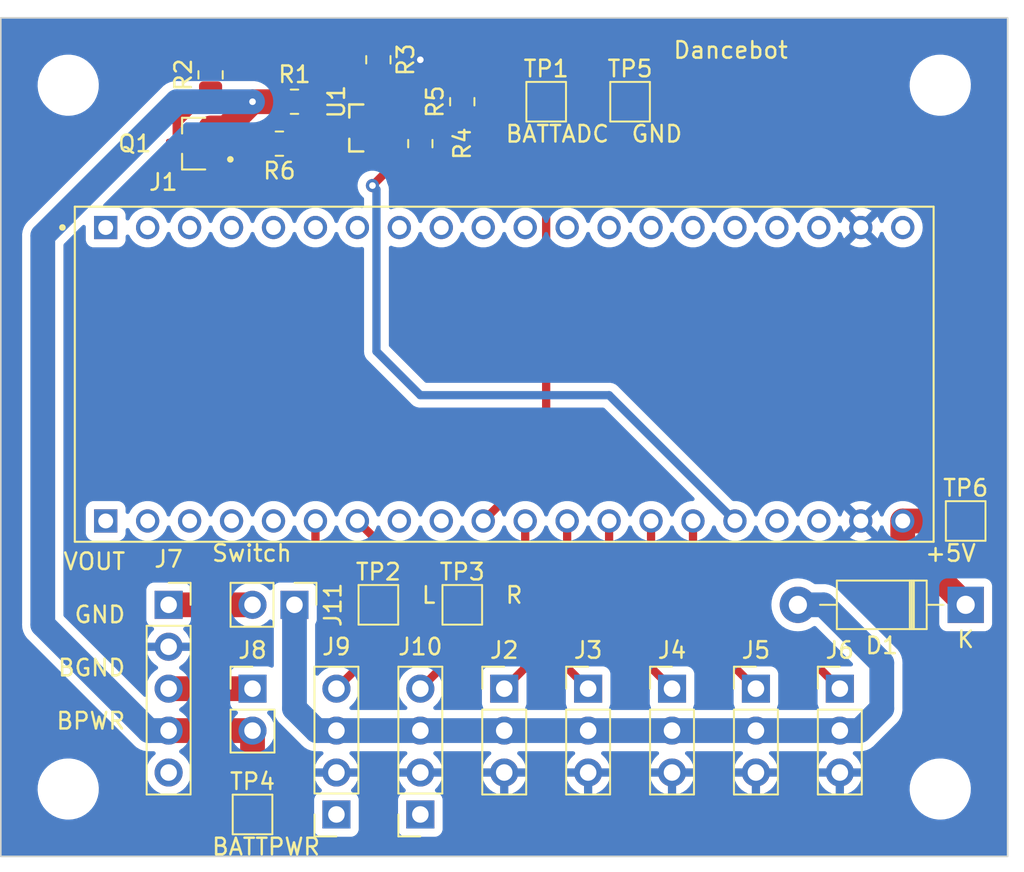
<source format=kicad_pcb>
(kicad_pcb (version 20221018) (generator pcbnew)
  (layers (0 "F.Cu" signal) (31 "B.Cu" signal) (34 "B.Paste" user) (35 "F.Paste" user) (36 "B.SilkS" user "B.Silkscreen") (37 "F.SilkS" user "F.Silkscreen") (38 "B.Mask" user) (39 "F.Mask" user) (44 "Edge.Cuts" user))
  (net 0 "")
  (net 19 "GND")
  (net 21 "BATT ADC")
  (net 22 "SM1")
  (net 25 "NPRightEye")
  (net 26 "NPLeftEye")
  (net 32 "SM2")
  (net 33 "SM3")
  (net 34 "SM4")
  (net 35 "SM5")
  (net 36 "BATT EN")
  (net 39 "Net-(D1-K)")
  (net 40 "Net-(R1-Pad2)")
  (net 41 "VOUT")
  (net 42 "BATT GND")
  (net 43 "BATT PWR")
  (net 47 "Net-(Q1-Pad3)")
  (net 48 "Net-(Q1-Pad1)")
  (net 49 "Net-(R4-Pad2)")
  (net 50 "Net-(J11-Pin_2)")
  (footprint "Connector_PinSocket_2.54mm:PinSocket_1x05_P2.54mm_Vertical" (layer "F.Cu") (at 208.28 111.76)
    (fp_text reference "J7" (at 0 -2.77) (layer "F.SilkS"))
    (fp_text value "Voltage Regulator")
    (fp_line (start -1.33 1.27) (end -1.33 11.49) (stroke (width 0.12)) (layer "F.SilkS"))
    (fp_line (start -1.33 1.27) (end 1.33 1.27) (stroke (width 0.12)) (layer "F.SilkS"))
    (fp_line (start -1.33 11.49) (end 1.33 11.49) (stroke (width 0.12)) (layer "F.SilkS"))
    (fp_line (start 0 -1.33) (end 1.33 -1.33) (stroke (width 0.12)) (layer "F.SilkS"))
    (fp_line (start 1.33 -1.33) (end 1.33 0) (stroke (width 0.12)) (layer "F.SilkS"))
    (fp_line (start 1.33 1.27) (end 1.33 11.49) (stroke (width 0.12)) (layer "F.SilkS"))
    (pad "1" thru_hole rect (at 0 0) (size 1.7 1.7) (drill 1) (layers "*.Cu" "*.Mask") (net 50 "Net-(J11-Pin_2)"))
    (pad "2" thru_hole oval (at 0 2.54) (size 1.7 1.7) (drill 1) (layers "*.Cu" "*.Mask") (net 19 "GND"))
    (pad "3" thru_hole oval (at 0 5.08) (size 1.7 1.7) (drill 1) (layers "*.Cu" "*.Mask") (net 42 "BATT GND"))
    (pad "4" thru_hole oval (at 0 7.62) (size 1.7 1.7) (drill 1) (layers "*.Cu" "*.Mask") (net 43 "BATT PWR"))
    (pad "5" thru_hole oval (at 0 10.16) (size 1.7 1.7) (drill 1) (layers "*.Cu" "*.Mask"))
  )
  (footprint "TestPoint:TestPoint_Pad_2.0x2.0mm" (layer "F.Cu") (at 226.06 111.76)
    (fp_text reference "TP3" (at 0 -1.998) (layer "F.SilkS"))
    (fp_text value "TestPoint")
    (fp_line (start -1.2 -1.2) (end 1.2 -1.2) (stroke (width 0.12)) (layer "F.SilkS"))
    (fp_line (start -1.2 1.2) (end -1.2 -1.2) (stroke (width 0.12)) (layer "F.SilkS"))
    (fp_line (start 1.2 -1.2) (end 1.2 1.2) (stroke (width 0.12)) (layer "F.SilkS"))
    (fp_line (start 1.2 1.2) (end -1.2 1.2) (stroke (width 0.12)) (layer "F.SilkS"))
    (pad "1" smd rect (at 0 0) (size 2 2) (layers "F.Cu" "F.Mask") (net 25 "NPRightEye"))
  )
  (footprint "Connector_PinSocket_2.54mm:PinSocket_1x04_P2.54mm_Vertical" (layer "F.Cu") (at 223.52 124.46 180)
    (fp_text reference "J10" (at 0 10.16 180) (layer "F.SilkS"))
    (fp_text value "NeoPixel Right Eye")
    (fp_line (start -1.33 1.27) (end -1.33 8.95) (stroke (width 0.12)) (layer "F.SilkS"))
    (fp_line (start -1.33 1.27) (end 1.33 1.27) (stroke (width 0.12)) (layer "F.SilkS"))
    (fp_line (start -1.33 8.95) (end 1.33 8.95) (stroke (width 0.12)) (layer "F.SilkS"))
    (fp_line (start 0 -1.33) (end 1.33 -1.33) (stroke (width 0.12)) (layer "F.SilkS"))
    (fp_line (start 1.33 -1.33) (end 1.33 0) (stroke (width 0.12)) (layer "F.SilkS"))
    (fp_line (start 1.33 1.27) (end 1.33 8.95) (stroke (width 0.12)) (layer "F.SilkS"))
    (pad "1" thru_hole rect (at 0 0 180) (size 1.7 1.7) (drill 1) (layers "*.Cu" "*.Mask"))
    (pad "2" thru_hole oval (at 0 2.54 180) (size 1.7 1.7) (drill 1) (layers "*.Cu" "*.Mask") (net 19 "GND"))
    (pad "3" thru_hole oval (at 0 5.08 180) (size 1.7 1.7) (drill 1) (layers "*.Cu" "*.Mask") (net 41 "VOUT"))
    (pad "4" thru_hole oval (at 0 7.62 180) (size 1.7 1.7) (drill 1) (layers "*.Cu" "*.Mask") (net 25 "NPRightEye"))
  )
  (footprint "Connector_PinHeader_2.54mm:PinHeader_1x03_P2.54mm_Vertical" (layer "F.Cu") (at 233.68 116.84)
    (fp_text reference "J3" (at 0 -2.33) (layer "F.SilkS"))
    (fp_text value "IO13 servo 2")
    (fp_line (start -1.33 -1.33) (end 0 -1.33) (stroke (width 0.12)) (layer "F.SilkS"))
    (fp_line (start -1.33 0) (end -1.33 -1.33) (stroke (width 0.12)) (layer "F.SilkS"))
    (fp_line (start -1.33 1.27) (end -1.33 6.41) (stroke (width 0.12)) (layer "F.SilkS"))
    (fp_line (start -1.33 1.27) (end 1.33 1.27) (stroke (width 0.12)) (layer "F.SilkS"))
    (fp_line (start -1.33 6.41) (end 1.33 6.41) (stroke (width 0.12)) (layer "F.SilkS"))
    (fp_line (start 1.33 1.27) (end 1.33 6.41) (stroke (width 0.12)) (layer "F.SilkS"))
    (pad "1" thru_hole rect (at 0 0) (size 1.7 1.7) (drill 1) (layers "*.Cu" "*.Mask") (net 32 "SM2"))
    (pad "2" thru_hole oval (at 0 2.54) (size 1.7 1.7) (drill 1) (layers "*.Cu" "*.Mask") (net 41 "VOUT"))
    (pad "3" thru_hole oval (at 0 5.08) (size 1.7 1.7) (drill 1) (layers "*.Cu" "*.Mask") (net 19 "GND"))
  )
  (footprint "TestPoint:TestPoint_Pad_2.0x2.0mm" (layer "F.Cu") (at 220.98 111.76)
    (fp_text reference "TP2" (at 0 -1.998) (layer "F.SilkS"))
    (fp_text value "TestPoint")
    (fp_line (start -1.2 -1.2) (end 1.2 -1.2) (stroke (width 0.12)) (layer "F.SilkS"))
    (fp_line (start -1.2 1.2) (end -1.2 -1.2) (stroke (width 0.12)) (layer "F.SilkS"))
    (fp_line (start 1.2 -1.2) (end 1.2 1.2) (stroke (width 0.12)) (layer "F.SilkS"))
    (fp_line (start 1.2 1.2) (end -1.2 1.2) (stroke (width 0.12)) (layer "F.SilkS"))
    (pad "1" smd rect (at 0 0) (size 2 2) (layers "F.Cu" "F.Mask") (net 26 "NPLeftEye"))
  )
  (footprint "Connector_PinHeader_2.54mm:PinHeader_1x03_P2.54mm_Vertical" (layer "F.Cu") (at 248.92 116.84)
    (fp_text reference "J6" (at 0 -2.33) (layer "F.SilkS"))
    (fp_text value "IO18 servo 5 (hat)")
    (fp_line (start -1.33 -1.33) (end 0 -1.33) (stroke (width 0.12)) (layer "F.SilkS"))
    (fp_line (start -1.33 0) (end -1.33 -1.33) (stroke (width 0.12)) (layer "F.SilkS"))
    (fp_line (start -1.33 1.27) (end -1.33 6.41) (stroke (width 0.12)) (layer "F.SilkS"))
    (fp_line (start -1.33 1.27) (end 1.33 1.27) (stroke (width 0.12)) (layer "F.SilkS"))
    (fp_line (start -1.33 6.41) (end 1.33 6.41) (stroke (width 0.12)) (layer "F.SilkS"))
    (fp_line (start 1.33 1.27) (end 1.33 6.41) (stroke (width 0.12)) (layer "F.SilkS"))
    (pad "1" thru_hole rect (at 0 0) (size 1.7 1.7) (drill 1) (layers "*.Cu" "*.Mask") (net 35 "SM5"))
    (pad "2" thru_hole oval (at 0 2.54) (size 1.7 1.7) (drill 1) (layers "*.Cu" "*.Mask") (net 41 "VOUT"))
    (pad "3" thru_hole oval (at 0 5.08) (size 1.7 1.7) (drill 1) (layers "*.Cu" "*.Mask") (net 19 "GND"))
  )
  (footprint "MountingHole:MountingHole_3.2mm_M3" (layer "F.Cu") (at 202.2 80.28)
    (fp_text reference "H2" hide)
    (fp_text value "~")
    (pad "" np_thru_hole circle (at 0 0) (size 3.2 3.2) (drill 3.2) (layers "*.Cu" "*.Mask"))
  )
  (footprint "dancebot_parts:XCVR_ESP32-PICO-KIT-V4.1" (layer "F.Cu") (at 228.6 97.79)
    (fp_text reference "J1" (at -20.6425 -11.635) (layer "F.SilkS"))
    (fp_text value "ESP32-PICO-KIT-V4.1")
    (fp_line (start -26 -10.15) (end 26 -10.15) (stroke (width 0.127)) (layer "F.SilkS"))
    (fp_line (start -26 10.15) (end -26 -10.15) (stroke (width 0.127)) (layer "F.SilkS"))
    (fp_line (start 26 -10.15) (end 26 10.15) (stroke (width 0.127)) (layer "F.SilkS"))
    (fp_line (start 26 10.15) (end -26 10.15) (stroke (width 0.127)) (layer "F.SilkS"))
    (fp_circle (center -26.75 -8.89) (end -26.65 -8.89) (stroke (width 0.2)) (fill none) (layer "F.SilkS"))
    (pad "J2_1" thru_hole rect (at -24.13 -8.89) (size 1.408 1.408) (drill 0.9) (layers "*.Cu" "*.Mask"))
    (pad "J2_2" thru_hole circle (at -21.59 -8.89) (size 1.408 1.408) (drill 0.9) (layers "*.Cu" "*.Mask"))
    (pad "J2_3" thru_hole circle (at -19.05 -8.89) (size 1.408 1.408) (drill 0.9) (layers "*.Cu" "*.Mask"))
    (pad "J2_4" thru_hole circle (at -16.51 -8.89) (size 1.408 1.408) (drill 0.9) (layers "*.Cu" "*.Mask"))
    (pad "J2_5" thru_hole circle (at -13.97 -8.89) (size 1.408 1.408) (drill 0.9) (layers "*.Cu" "*.Mask"))
    (pad "J2_6" thru_hole circle (at -11.43 -8.89) (size 1.408 1.408) (drill 0.9) (layers "*.Cu" "*.Mask"))
    (pad "J2_7" thru_hole circle (at -8.89 -8.89) (size 1.408 1.408) (drill 0.9) (layers "*.Cu" "*.Mask"))
    (pad "J2_8" thru_hole circle (at -6.35 -8.89) (size 1.408 1.408) (drill 0.9) (layers "*.Cu" "*.Mask"))
    (pad "J2_9" thru_hole circle (at -3.81 -8.89) (size 1.408 1.408) (drill 0.9) (layers "*.Cu" "*.Mask"))
    (pad "J2_10" thru_hole circle (at -1.27 -8.89) (size 1.408 1.408) (drill 0.9) (layers "*.Cu" "*.Mask"))
    (pad "J2_11" thru_hole circle (at 1.27 -8.89) (size 1.408 1.408) (drill 0.9) (layers "*.Cu" "*.Mask"))
    (pad "J2_12" thru_hole circle (at 3.81 -8.89) (size 1.408 1.408) (drill 0.9) (layers "*.Cu" "*.Mask"))
    (pad "J2_13" thru_hole circle (at 6.35 -8.89) (size 1.408 1.408) (drill 0.9) (layers "*.Cu" "*.Mask"))
    (pad "J2_14" thru_hole circle (at 8.89 -8.89) (size 1.408 1.408) (drill 0.9) (layers "*.Cu" "*.Mask"))
    (pad "J2_15" thru_hole circle (at 11.43 -8.89) (size 1.408 1.408) (drill 0.9) (layers "*.Cu" "*.Mask"))
    (pad "J2_16" thru_hole circle (at 13.97 -8.89) (size 1.408 1.408) (drill 0.9) (layers "*.Cu" "*.Mask"))
    (pad "J2_17" thru_hole circle (at 16.51 -8.89) (size 1.408 1.408) (drill 0.9) (layers "*.Cu" "*.Mask"))
    (pad "J2_18" thru_hole circle (at 19.05 -8.89) (size 1.408 1.408) (drill 0.9) (layers "*.Cu" "*.Mask"))
    (pad "J2_19" thru_hole circle (at 21.59 -8.89) (size 1.408 1.408) (drill 0.9) (layers "*.Cu" "*.Mask") (net 19 "GND"))
    (pad "J2_20" thru_hole circle (at 24.13 -8.89) (size 1.408 1.408) (drill 0.9) (layers "*.Cu" "*.Mask"))
    (pad "J3_1" thru_hole rect (at -24.13 8.89) (size 1.408 1.408) (drill 0.9) (layers "*.Cu" "*.Mask"))
    (pad "J3_2" thru_hole circle (at -21.59 8.89) (size 1.408 1.408) (drill 0.9) (layers "*.Cu" "*.Mask"))
    (pad "J3_3" thru_hole circle (at -19.05 8.89) (size 1.408 1.408) (drill 0.9) (layers "*.Cu" "*.Mask"))
    (pad "J3_4" thru_hole circle (at -16.51 8.89) (size 1.408 1.408) (drill 0.9) (layers "*.Cu" "*.Mask"))
    (pad "J3_5" thru_hole circle (at -13.97 8.89) (size 1.408 1.408) (drill 0.9) (layers "*.Cu" "*.Mask"))
    (pad "J3_6" thru_hole circle (at -11.43 8.89) (size 1.408 1.408) (drill 0.9) (layers "*.Cu" "*.Mask") (net 26 "NPLeftEye"))
    (pad "J3_7" thru_hole circle (at -8.89 8.89) (size 1.408 1.408) (drill 0.9) (layers "*.Cu" "*.Mask") (net 25 "NPRightEye"))
    (pad "J3_8" thru_hole circle (at -6.35 8.89) (size 1.408 1.408) (drill 0.9) (layers "*.Cu" "*.Mask"))
    (pad "J3_9" thru_hole circle (at -3.81 8.89) (size 1.408 1.408) (drill 0.9) (layers "*.Cu" "*.Mask"))
    (pad "J3_10" thru_hole circle (at -1.27 8.89) (size 1.408 1.408) (drill 0.9) (layers "*.Cu" "*.Mask") (net 21 "BATT ADC"))
    (pad "J3_11" thru_hole circle (at 1.27 8.89) (size 1.408 1.408) (drill 0.9) (layers "*.Cu" "*.Mask") (net 22 "SM1"))
    (pad "J3_12" thru_hole circle (at 3.81 8.89) (size 1.408 1.408) (drill 0.9) (layers "*.Cu" "*.Mask") (net 32 "SM2"))
    (pad "J3_13" thru_hole circle (at 6.35 8.89) (size 1.408 1.408) (drill 0.9) (layers "*.Cu" "*.Mask") (net 33 "SM3"))
    (pad "J3_14" thru_hole circle (at 8.89 8.89) (size 1.408 1.408) (drill 0.9) (layers "*.Cu" "*.Mask") (net 34 "SM4"))
    (pad "J3_15" thru_hole circle (at 11.43 8.89) (size 1.408 1.408) (drill 0.9) (layers "*.Cu" "*.Mask") (net 35 "SM5"))
    (pad "J3_16" thru_hole circle (at 13.97 8.89) (size 1.408 1.408) (drill 0.9) (layers "*.Cu" "*.Mask") (net 36 "BATT EN"))
    (pad "J3_17" thru_hole circle (at 16.51 8.89) (size 1.408 1.408) (drill 0.9) (layers "*.Cu" "*.Mask"))
    (pad "J3_18" thru_hole circle (at 19.05 8.89) (size 1.408 1.408) (drill 0.9) (layers "*.Cu" "*.Mask"))
    (pad "J3_19" thru_hole circle (at 21.59 8.89) (size 1.408 1.408) (drill 0.9) (layers "*.Cu" "*.Mask") (net 19 "GND"))
    (pad "J3_20" thru_hole circle (at 24.13 8.89) (size 1.408 1.408) (drill 0.9) (layers "*.Cu" "*.Mask") (net 39 "Net-(D1-K)"))
  )
  (footprint "MountingHole:MountingHole_3.2mm_M3" (layer "F.Cu") (at 202.2 122.92)
    (fp_text reference "H3" hide)
    (fp_text value "~")
    (pad "" np_thru_hole circle (at 0 0) (size 3.2 3.2) (drill 3.2) (layers "*.Cu" "*.Mask"))
  )
  (footprint "MountingHole:MountingHole_3.2mm_M3" (layer "F.Cu") (at 255 122.92)
    (fp_text reference "H4" hide)
    (fp_text value "~")
    (pad "" np_thru_hole circle (at 0 0) (size 3.2 3.2) (drill 3.2) (layers "*.Cu" "*.Mask"))
  )
  (footprint "Resistor_SMD:R_0805_2012Metric" (layer "F.Cu") (at 210.82 79.6525 90)
    (fp_text reference "R2" (at 0 -1.65 90) (layer "F.SilkS"))
    (fp_text value "100k")
    (fp_line (start -0.227064 -0.735) (end 0.227064 -0.735) (stroke (width 0.12)) (layer "F.SilkS"))
    (fp_line (start -0.227064 0.735) (end 0.227064 0.735) (stroke (width 0.12)) (layer "F.SilkS"))
    (pad "1" smd roundrect (at -0.9125 0 90) (size 1.025 1.4) (layers "F.Cu" "F.Paste" "F.Mask") (roundrect_rratio 0.243902) (net 47 "Net-(Q1-Pad3)"))
    (pad "2" smd roundrect (at 0.9125 0 90) (size 1.025 1.4) (layers "F.Cu" "F.Paste" "F.Mask") (roundrect_rratio 0.243902) (net 21 "BATT ADC"))
  )
  (footprint "TestPoint:TestPoint_Pad_2.0x2.0mm" (layer "F.Cu") (at 256.54 106.68)
    (fp_text reference "TP6" (at 0 -1.998) (layer "F.SilkS"))
    (fp_text value "TestPoint")
    (fp_line (start -1.2 -1.2) (end 1.2 -1.2) (stroke (width 0.12)) (layer "F.SilkS"))
    (fp_line (start -1.2 1.2) (end -1.2 -1.2) (stroke (width 0.12)) (layer "F.SilkS"))
    (fp_line (start 1.2 -1.2) (end 1.2 1.2) (stroke (width 0.12)) (layer "F.SilkS"))
    (fp_line (start 1.2 1.2) (end -1.2 1.2) (stroke (width 0.12)) (layer "F.SilkS"))
    (pad "1" smd rect (at 0 0) (size 2 2) (layers "F.Cu" "F.Mask") (net 39 "Net-(D1-K)"))
  )
  (footprint "Resistor_SMD:R_0805_2012Metric" (layer "F.Cu") (at 214.9875 83.82 180)
    (fp_text reference "R6" (at 0 -1.65) (layer "F.SilkS"))
    (fp_text value "100")
    (fp_line (start -0.227064 -0.735) (end 0.227064 -0.735) (stroke (width 0.12)) (layer "F.SilkS"))
    (fp_line (start -0.227064 0.735) (end 0.227064 0.735) (stroke (width 0.12)) (layer "F.SilkS"))
    (pad "1" smd roundrect (at -0.9125 0 180) (size 1.025 1.4) (layers "F.Cu" "F.Paste" "F.Mask") (roundrect_rratio 0.243902) (net 40 "Net-(R1-Pad2)"))
    (pad "2" smd roundrect (at 0.9125 0 180) (size 1.025 1.4) (layers "F.Cu" "F.Paste" "F.Mask") (roundrect_rratio 0.243902) (net 48 "Net-(Q1-Pad1)"))
  )
  (footprint "Connector_PinHeader_2.54mm:PinHeader_1x03_P2.54mm_Vertical" (layer "F.Cu") (at 243.84 116.84)
    (fp_text reference "J5" (at 0 -2.33) (layer "F.SilkS"))
    (fp_text value "IO15 servo 4")
    (fp_line (start -1.33 -1.33) (end 0 -1.33) (stroke (width 0.12)) (layer "F.SilkS"))
    (fp_line (start -1.33 0) (end -1.33 -1.33) (stroke (width 0.12)) (layer "F.SilkS"))
    (fp_line (start -1.33 1.27) (end -1.33 6.41) (stroke (width 0.12)) (layer "F.SilkS"))
    (fp_line (start -1.33 1.27) (end 1.33 1.27) (stroke (width 0.12)) (layer "F.SilkS"))
    (fp_line (start -1.33 6.41) (end 1.33 6.41) (stroke (width 0.12)) (layer "F.SilkS"))
    (fp_line (start 1.33 1.27) (end 1.33 6.41) (stroke (width 0.12)) (layer "F.SilkS"))
    (pad "1" thru_hole rect (at 0 0) (size 1.7 1.7) (drill 1) (layers "*.Cu" "*.Mask") (net 34 "SM4"))
    (pad "2" thru_hole oval (at 0 2.54) (size 1.7 1.7) (drill 1) (layers "*.Cu" "*.Mask") (net 41 "VOUT"))
    (pad "3" thru_hole oval (at 0 5.08) (size 1.7 1.7) (drill 1) (layers "*.Cu" "*.Mask") (net 19 "GND"))
  )
  (footprint "dancebot_parts:SOT95P237X112-3N" (layer "F.Cu") (at 209.795 83.82 180)
    (fp_text reference "Q1" (at 3.565 0) (layer "F.SilkS") (effects (font (size 1.0034 1.0034))))
    (fp_text value "IRLML6402TRPBF")
    (fp_line (start -0.7 1.565) (end 0.7 1.565) (stroke (width 0.127)) (layer "F.SilkS"))
    (fp_line (start 0.7 -1.565) (end -0.7 -1.565) (stroke (width 0.127)) (layer "F.SilkS"))
    (fp_line (start 0.7 -1.565) (end 0.7 -0.615) (stroke (width 0.127)) (layer "F.SilkS"))
    (fp_line (start 0.7 1.565) (end 0.7 0.615) (stroke (width 0.127)) (layer "F.SilkS"))
    (fp_circle (center -2.2225 -0.9525) (end -2.1225 -0.9525) (stroke (width 0.2)) (fill none) (layer "F.SilkS"))
    (pad "1" smd roundrect (at -1.025 -0.95 180) (size 1.3 0.59) (layers "F.Cu" "F.Paste" "F.Mask") (net 48 "Net-(Q1-Pad1)"))
    (pad "2" smd roundrect (at -1.025 0.95 180) (size 1.3 0.59) (layers "F.Cu" "F.Paste" "F.Mask") (net 43 "BATT PWR"))
    (pad "3" smd roundrect (at 1.025 0 180) (size 1.3 0.59) (layers "F.Cu" "F.Paste" "F.Mask") (net 47 "Net-(Q1-Pad3)"))
  )
  (footprint "Connector_PinHeader_2.54mm:PinHeader_1x02_P2.54mm_Vertical" (layer "F.Cu") (at 215.9 111.76 -90)
    (fp_text reference "J11" (at 0 -2.33 90) (layer "F.SilkS"))
    (fp_text value "Rocker Switch")
    (fp_line (start -1.33 -1.33) (end 0 -1.33) (stroke (width 0.12)) (layer "F.SilkS"))
    (fp_line (start -1.33 0) (end -1.33 -1.33) (stroke (width 0.12)) (layer "F.SilkS"))
    (fp_line (start -1.33 1.27) (end -1.33 3.87) (stroke (width 0.12)) (layer "F.SilkS"))
    (fp_line (start -1.33 1.27) (end 1.33 1.27) (stroke (width 0.12)) (layer "F.SilkS"))
    (fp_line (start -1.33 3.87) (end 1.33 3.87) (stroke (width 0.12)) (layer "F.SilkS"))
    (fp_line (start 1.33 1.27) (end 1.33 3.87) (stroke (width 0.12)) (layer "F.SilkS"))
    (pad "1" thru_hole rect (at 0 0 270) (size 1.7 1.7) (drill 1) (layers "*.Cu" "*.Mask") (net 41 "VOUT"))
    (pad "2" thru_hole oval (at 0 2.54 270) (size 1.7 1.7) (drill 1) (layers "*.Cu" "*.Mask") (net 50 "Net-(J11-Pin_2)"))
  )
  (footprint "Resistor_SMD:R_0805_2012Metric" (layer "F.Cu") (at 220.98 78.74 -90)
    (fp_text reference "R3" (at 0 -1.65 90) (layer "F.SilkS"))
    (fp_text value "51k")
    (fp_line (start -0.227064 -0.735) (end 0.227064 -0.735) (stroke (width 0.12)) (layer "F.SilkS"))
    (fp_line (start -0.227064 0.735) (end 0.227064 0.735) (stroke (width 0.12)) (layer "F.SilkS"))
    (pad "1" smd roundrect (at -0.9125 0 270) (size 1.025 1.4) (layers "F.Cu" "F.Paste" "F.Mask") (roundrect_rratio 0.243902) (net 21 "BATT ADC"))
    (pad "2" smd roundrect (at 0.9125 0 270) (size 1.025 1.4) (layers "F.Cu" "F.Paste" "F.Mask") (roundrect_rratio 0.243902) (net 19 "GND"))
  )
  (footprint "TestPoint:TestPoint_Pad_2.0x2.0mm" (layer "F.Cu") (at 213.36 124.46)
    (fp_text reference "TP4" (at 0 -1.998) (layer "F.SilkS"))
    (fp_text value "TestPoint")
    (fp_line (start -1.2 -1.2) (end 1.2 -1.2) (stroke (width 0.12)) (layer "F.SilkS"))
    (fp_line (start -1.2 1.2) (end -1.2 -1.2) (stroke (width 0.12)) (layer "F.SilkS"))
    (fp_line (start 1.2 -1.2) (end 1.2 1.2) (stroke (width 0.12)) (layer "F.SilkS"))
    (fp_line (start 1.2 1.2) (end -1.2 1.2) (stroke (width 0.12)) (layer "F.SilkS"))
    (pad "1" smd rect (at 0 0) (size 2 2) (layers "F.Cu" "F.Mask") (net 43 "BATT PWR"))
  )
  (footprint "dancebot_parts:SOT23" (layer "F.Cu") (at 219.88 82.87 90)
    (fp_text reference "U1" (at 1.59 -1.44 90) (layer "F.SilkS") (effects (font (size 1.003441 1.003441))))
    (fp_text value "IRLML2502TRPBF")
    (fp_line (start -1.4224 -0.6604) (end -0.6576 -0.6604) (stroke (width 0.1524)) (layer "F.SilkS"))
    (fp_line (start -1.4224 0.1854) (end -1.4224 -0.6604) (stroke (width 0.1524)) (layer "F.SilkS"))
    (fp_line (start 0.6326 -0.6604) (end 1.4224 -0.6604) (stroke (width 0.1524)) (layer "F.SilkS"))
    (fp_line (start 1.4224 -0.6604) (end 1.4224 0.1854) (stroke (width 0.1524)) (layer "F.SilkS"))
    (pad "1" smd rect (at -0.95 1.1 90) (size 1 1.4) (layers "F.Cu" "F.Paste" "F.Mask") (net 49 "Net-(R4-Pad2)"))
    (pad "2" smd rect (at 0.95 1.1 90) (size 1 1.4) (layers "F.Cu" "F.Paste" "F.Mask") (net 19 "GND"))
    (pad "3" smd rect (at 0 -1.1 90) (size 1 1.4) (layers "F.Cu" "F.Paste" "F.Mask") (net 40 "Net-(R1-Pad2)"))
  )
  (footprint "TestPoint:TestPoint_Pad_2.0x2.0mm" (layer "F.Cu") (at 231.14 81.28)
    (fp_text reference "TP1" (at 0 -1.998) (layer "F.SilkS"))
    (fp_text value "TestPoint")
    (fp_line (start -1.2 -1.2) (end 1.2 -1.2) (stroke (width 0.12)) (layer "F.SilkS"))
    (fp_line (start -1.2 1.2) (end -1.2 -1.2) (stroke (width 0.12)) (layer "F.SilkS"))
    (fp_line (start 1.2 -1.2) (end 1.2 1.2) (stroke (width 0.12)) (layer "F.SilkS"))
    (fp_line (start 1.2 1.2) (end -1.2 1.2) (stroke (width 0.12)) (layer "F.SilkS"))
    (pad "1" smd rect (at 0 0) (size 2 2) (layers "F.Cu" "F.Mask") (net 21 "BATT ADC"))
  )
  (footprint "Resistor_SMD:R_0805_2012Metric" (layer "F.Cu") (at 215.9 81.28)
    (fp_text reference "R1" (at 0 -1.65) (layer "F.SilkS"))
    (fp_text value "100k")
    (fp_line (start -0.227064 -0.735) (end 0.227064 -0.735) (stroke (width 0.12)) (layer "F.SilkS"))
    (fp_line (start -0.227064 0.735) (end 0.227064 0.735) (stroke (width 0.12)) (layer "F.SilkS"))
    (pad "1" smd roundrect (at -0.9125 0) (size 1.025 1.4) (layers "F.Cu" "F.Paste" "F.Mask") (roundrect_rratio 0.243902) (net 43 "BATT PWR"))
    (pad "2" smd roundrect (at 0.9125 0) (size 1.025 1.4) (layers "F.Cu" "F.Paste" "F.Mask") (roundrect_rratio 0.243902) (net 40 "Net-(R1-Pad2)"))
  )
  (footprint "Connector_PinHeader_2.54mm:PinHeader_1x03_P2.54mm_Vertical" (layer "F.Cu") (at 228.6 116.84)
    (fp_text reference "J2" (at 0 -2.33) (layer "F.SilkS"))
    (fp_text value "IO14 servo 1")
    (fp_line (start -1.33 -1.33) (end 0 -1.33) (stroke (width 0.12)) (layer "F.SilkS"))
    (fp_line (start -1.33 0) (end -1.33 -1.33) (stroke (width 0.12)) (layer "F.SilkS"))
    (fp_line (start -1.33 1.27) (end -1.33 6.41) (stroke (width 0.12)) (layer "F.SilkS"))
    (fp_line (start -1.33 1.27) (end 1.33 1.27) (stroke (width 0.12)) (layer "F.SilkS"))
    (fp_line (start -1.33 6.41) (end 1.33 6.41) (stroke (width 0.12)) (layer "F.SilkS"))
    (fp_line (start 1.33 1.27) (end 1.33 6.41) (stroke (width 0.12)) (layer "F.SilkS"))
    (pad "1" thru_hole rect (at 0 0) (size 1.7 1.7) (drill 1) (layers "*.Cu" "*.Mask") (net 22 "SM1"))
    (pad "2" thru_hole oval (at 0 2.54) (size 1.7 1.7) (drill 1) (layers "*.Cu" "*.Mask") (net 41 "VOUT"))
    (pad "3" thru_hole oval (at 0 5.08) (size 1.7 1.7) (drill 1) (layers "*.Cu" "*.Mask") (net 19 "GND"))
  )
  (footprint "Resistor_SMD:R_0805_2012Metric" (layer "F.Cu") (at 226.06 81.28 90)
    (fp_text reference "R5" (at 0 -1.65 90) (layer "F.SilkS"))
    (fp_text value "100k")
    (fp_line (start -0.227064 -0.735) (end 0.227064 -0.735) (stroke (width 0.12)) (layer "F.SilkS"))
    (fp_line (start -0.227064 0.735) (end 0.227064 0.735) (stroke (width 0.12)) (layer "F.SilkS"))
    (pad "1" smd roundrect (at -0.9125 0 90) (size 1.025 1.4) (layers "F.Cu" "F.Paste" "F.Mask") (roundrect_rratio 0.243902) (net 49 "Net-(R4-Pad2)"))
    (pad "2" smd roundrect (at 0.9125 0 90) (size 1.025 1.4) (layers "F.Cu" "F.Paste" "F.Mask") (roundrect_rratio 0.243902) (net 19 "GND"))
  )
  (footprint "Resistor_SMD:R_0805_2012Metric" (layer "F.Cu") (at 223.52 83.82 90)
    (fp_text reference "R4" (at 0 2.54 90) (layer "F.SilkS"))
    (fp_text value "100")
    (fp_line (start -0.227064 -0.735) (end 0.227064 -0.735) (stroke (width 0.12)) (layer "F.SilkS"))
    (fp_line (start -0.227064 0.735) (end 0.227064 0.735) (stroke (width 0.12)) (layer "F.SilkS"))
    (pad "1" smd roundrect (at -0.9125 0 90) (size 1.025 1.4) (layers "F.Cu" "F.Paste" "F.Mask") (roundrect_rratio 0.243902) (net 36 "BATT EN"))
    (pad "2" smd roundrect (at 0.9125 0 90) (size 1.025 1.4) (layers "F.Cu" "F.Paste" "F.Mask") (roundrect_rratio 0.243902) (net 49 "Net-(R4-Pad2)"))
  )
  (footprint "Connector_PinSocket_2.54mm:PinSocket_1x04_P2.54mm_Vertical" (layer "F.Cu") (at 218.44 124.46 180)
    (fp_text reference "J9" (at 0 10.16 180) (layer "F.SilkS"))
    (fp_text value "NeoPixel Left Eye")
    (fp_line (start -1.33 1.27) (end -1.33 8.95) (stroke (width 0.12)) (layer "F.SilkS"))
    (fp_line (start -1.33 1.27) (end 1.33 1.27) (stroke (width 0.12)) (layer "F.SilkS"))
    (fp_line (start -1.33 8.95) (end 1.33 8.95) (stroke (width 0.12)) (layer "F.SilkS"))
    (fp_line (start 0 -1.33) (end 1.33 -1.33) (stroke (width 0.12)) (layer "F.SilkS"))
    (fp_line (start 1.33 -1.33) (end 1.33 0) (stroke (width 0.12)) (layer "F.SilkS"))
    (fp_line (start 1.33 1.27) (end 1.33 8.95) (stroke (width 0.12)) (layer "F.SilkS"))
    (pad "1" thru_hole rect (at 0 0 180) (size 1.7 1.7) (drill 1) (layers "*.Cu" "*.Mask"))
    (pad "2" thru_hole oval (at 0 2.54 180) (size 1.7 1.7) (drill 1) (layers "*.Cu" "*.Mask") (net 19 "GND"))
    (pad "3" thru_hole oval (at 0 5.08 180) (size 1.7 1.7) (drill 1) (layers "*.Cu" "*.Mask") (net 41 "VOUT"))
    (pad "4" thru_hole oval (at 0 7.62 180) (size 1.7 1.7) (drill 1) (layers "*.Cu" "*.Mask") (net 26 "NPLeftEye"))
  )
  (footprint "TestPoint:TestPoint_Pad_2.0x2.0mm" (layer "F.Cu") (at 236.22 81.28)
    (fp_text reference "TP5" (at 0 -1.998) (layer "F.SilkS"))
    (fp_text value "TestPoint")
    (fp_line (start -1.2 -1.2) (end 1.2 -1.2) (stroke (width 0.12)) (layer "F.SilkS"))
    (fp_line (start -1.2 1.2) (end -1.2 -1.2) (stroke (width 0.12)) (layer "F.SilkS"))
    (fp_line (start 1.2 -1.2) (end 1.2 1.2) (stroke (width 0.12)) (layer "F.SilkS"))
    (fp_line (start 1.2 1.2) (end -1.2 1.2) (stroke (width 0.12)) (layer "F.SilkS"))
    (pad "1" smd rect (at 0 0) (size 2 2) (layers "F.Cu" "F.Mask") (net 19 "GND"))
  )
  (footprint "Connector_PinHeader_2.54mm:PinHeader_1x03_P2.54mm_Vertical" (layer "F.Cu") (at 238.76 116.84)
    (fp_text reference "J4" (at 0 -2.33) (layer "F.SilkS"))
    (fp_text value "IO12 servo 3")
    (fp_line (start -1.33 -1.33) (end 0 -1.33) (stroke (width 0.12)) (layer "F.SilkS"))
    (fp_line (start -1.33 0) (end -1.33 -1.33) (stroke (width 0.12)) (layer "F.SilkS"))
    (fp_line (start -1.33 1.27) (end -1.33 6.41) (stroke (width 0.12)) (layer "F.SilkS"))
    (fp_line (start -1.33 1.27) (end 1.33 1.27) (stroke (width 0.12)) (layer "F.SilkS"))
    (fp_line (start -1.33 6.41) (end 1.33 6.41) (stroke (width 0.12)) (layer "F.SilkS"))
    (fp_line (start 1.33 1.27) (end 1.33 6.41) (stroke (width 0.12)) (layer "F.SilkS"))
    (pad "1" thru_hole rect (at 0 0) (size 1.7 1.7) (drill 1) (layers "*.Cu" "*.Mask") (net 33 "SM3"))
    (pad "2" thru_hole oval (at 0 2.54) (size 1.7 1.7) (drill 1) (layers "*.Cu" "*.Mask") (net 41 "VOUT"))
    (pad "3" thru_hole oval (at 0 5.08) (size 1.7 1.7) (drill 1) (layers "*.Cu" "*.Mask") (net 19 "GND"))
  )
  (footprint "Diode_THT:D_DO-41_SOD81_P10.16mm_Horizontal" (layer "F.Cu") (at 256.54 111.76 180)
    (fp_text reference "D1" (at 5.08 -2.47) (layer "F.SilkS"))
    (fp_text value "1N5819")
    (fp_text user "K" (at 0 -2.1) (layer "F.SilkS"))
    (fp_line (start 1.34 0) (end 2.36 0) (stroke (width 0.12)) (layer "F.SilkS"))
    (fp_line (start 2.36 -1.47) (end 2.36 1.47) (stroke (width 0.12)) (layer "F.SilkS"))
    (fp_line (start 2.36 1.47) (end 7.8 1.47) (stroke (width 0.12)) (layer "F.SilkS"))
    (fp_line (start 3.14 -1.47) (end 3.14 1.47) (stroke (width 0.12)) (layer "F.SilkS"))
    (fp_line (start 3.26 -1.47) (end 3.26 1.47) (stroke (width 0.12)) (layer "F.SilkS"))
    (fp_line (start 3.38 -1.47) (end 3.38 1.47) (stroke (width 0.12)) (layer "F.SilkS"))
    (fp_line (start 7.8 -1.47) (end 2.36 -1.47) (stroke (width 0.12)) (layer "F.SilkS"))
    (fp_line (start 7.8 1.47) (end 7.8 -1.47) (stroke (width 0.12)) (layer "F.SilkS"))
    (fp_line (start 8.82 0) (end 7.8 0) (stroke (width 0.12)) (layer "F.SilkS"))
    (pad "1" thru_hole rect (at 0 0 180) (size 2.2 2.2) (drill 1.1) (layers "*.Cu" "*.Mask") (net 39 "Net-(D1-K)"))
    (pad "2" thru_hole oval (at 10.16 0 180) (size 2.2 2.2) (drill 1.1) (layers "*.Cu" "*.Mask") (net 41 "VOUT"))
  )
  (footprint "MountingHole:MountingHole_3.2mm_M3" (layer "F.Cu") (at 255 80.28)
    (fp_text reference "H1" hide)
    (fp_text value "~")
    (pad "" np_thru_hole circle (at 0 0) (size 3.2 3.2) (drill 3.2) (layers "*.Cu" "*.Mask"))
  )
  (footprint "Connector_PinHeader_2.54mm:PinHeader_1x02_P2.54mm_Vertical" (layer "F.Cu") (at 213.36 116.84)
    (fp_text reference "J8" (at 0 -2.33) (layer "F.SilkS"))
    (fp_text value "Pins")
    (fp_line (start -1.33 -1.33) (end 0 -1.33) (stroke (width 0.12)) (layer "F.SilkS"))
    (fp_line (start -1.33 0) (end -1.33 -1.33) (stroke (width 0.12)) (layer "F.SilkS"))
    (fp_line (start -1.33 1.27) (end -1.33 3.87) (stroke (width 0.12)) (layer "F.SilkS"))
    (fp_line (start -1.33 1.27) (end 1.33 1.27) (stroke (width 0.12)) (layer "F.SilkS"))
    (fp_line (start -1.33 3.87) (end 1.33 3.87) (stroke (width 0.12)) (layer "F.SilkS"))
    (fp_line (start 1.33 1.27) (end 1.33 3.87) (stroke (width 0.12)) (layer "F.SilkS"))
    (pad "1" thru_hole rect (at 0 0) (size 1.7 1.7) (drill 1) (layers "*.Cu" "*.Mask") (net 42 "BATT GND"))
    (pad "2" thru_hole oval (at 0 2.54) (size 1.7 1.7) (drill 1) (layers "*.Cu" "*.Mask") (net 43 "BATT PWR"))
  )
  (gr_rect (start 198.12 76.2) (end 259.08 127) (stroke (width 0.1)) (fill none) (layer "Edge.Cuts"))
  (gr_text "R" (at 228.6 111.76) (layer "F.SilkS") (effects (font (size 1 1)) (justify left bottom)))
  (gr_text "BATTADC" (at 228.6 83.82) (layer "F.SilkS") (effects (font (size 1 1)) (justify left bottom)))
  (gr_text "GND" (at 236.22 83.82) (layer "F.SilkS") (effects (font (size 1 1)) (justify left bottom)))
  (gr_text "VOUT\n\nGND\n\nBGND\n\nBPWR" (at 205.74 119.38) (layer "F.SilkS") (effects (font (size 1 1)) (justify right bottom)))
  (gr_text "BATTPWR" (at 210.82 127) (layer "F.SilkS") (effects (font (size 1 1)) (justify left bottom)))
  (gr_text "+5V" (at 254 109.22) (layer "F.SilkS") (effects (font (size 1 1)) (justify left bottom)))
  (gr_text "Dancebot" (at 238.76 78.74) (layer "F.SilkS") (effects (font (size 1 1)) (justify left bottom)))
  (gr_text "L" (at 223.52 111.76) (layer "F.SilkS") (effects (font (size 1 1)) (justify left bottom)))
  (gr_text "Switch" (at 210.82 109.22) (layer "F.SilkS") (effects (font (size 1 1)) (justify left bottom)))
  (segment (start 236.22 83.82) (end 238.76 86.36) (width 0.5) (layer "F.Cu") (net 19))
  (segment (start 236.22 81.28) (end 236.22 83.82) (width 0.5) (layer "F.Cu") (net 19))
  (segment (start 224.4325 78.74) (end 226.06 80.3675) (width 0.5) (layer "F.Cu") (net 19))
  (segment (start 220.98 79.6525) (end 222.6075 79.6525) (width 0.5) (layer "F.Cu") (net 19))
  (segment (start 238.76 86.36) (end 247.65 86.36) (width 0.5) (layer "F.Cu") (net 19))
  (segment (start 220.98 81.92) (end 220.98 79.6525) (width 0.5) (layer "F.Cu") (net 19))
  (segment (start 247.65 86.36) (end 250.19 88.9) (width 0.5) (layer "F.Cu") (net 19))
  (segment (start 223.52 78.74) (end 224.4325 78.74) (width 0.5) (layer "F.Cu") (net 19))
  (segment (start 222.6075 79.6525) (end 223.52 78.74) (width 0.5) (layer "F.Cu") (net 19))
  (via (at 223.52 78.74) (size 0.8) (drill 0.4) (layers "F.Cu" "B.Cu") (net 19))
  (segment (start 231.14 102.87) (end 227.33 106.68) (width 0.5) (layer "F.Cu") (net 21))
  (segment (start 220.98 77.8275) (end 211.7325 77.8275) (width 0.5) (layer "F.Cu") (net 21))
  (segment (start 220.98 77.8275) (end 227.6875 77.8275) (width 0.5) (layer "F.Cu") (net 21))
  (segment (start 227.6875 77.8275) (end 231.14 81.28) (width 0.5) (layer "F.Cu") (net 21))
  (segment (start 231.14 81.28) (end 231.14 102.87) (width 0.5) (layer "F.Cu") (net 21))
  (segment (start 211.7325 77.8275) (end 210.82 78.74) (width 0.5) (layer "F.Cu") (net 21))
  (segment (start 229.87 106.68) (end 229.87 115.57) (width 0.5) (layer "F.Cu") (net 22))
  (segment (start 229.87 115.57) (end 228.6 116.84) (width 0.5) (layer "F.Cu") (net 22))
  (segment (start 224.79 111.76) (end 226.06 111.76) (width 0.5) (layer "F.Cu") (net 25))
  (segment (start 219.71 106.68) (end 224.79 111.76) (width 0.5) (layer "F.Cu") (net 25))
  (segment (start 226.06 114.3) (end 223.52 116.84) (width 0.5) (layer "F.Cu") (net 25))
  (segment (start 226.06 111.76) (end 226.06 114.3) (width 0.5) (layer "F.Cu") (net 25))
  (segment (start 217.17 107.95) (end 220.98 111.76) (width 0.5) (layer "F.Cu") (net 26))
  (segment (start 217.17 106.68) (end 217.17 107.95) (width 0.5) (layer "F.Cu") (net 26))
  (segment (start 220.98 111.76) (end 220.98 114.3) (width 0.5) (layer "F.Cu") (net 26))
  (segment (start 220.98 114.3) (end 218.44 116.84) (width 0.5) (layer "F.Cu") (net 26))
  (segment (start 232.41 115.57) (end 233.68 116.84) (width 0.5) (layer "F.Cu") (net 32))
  (segment (start 232.41 106.68) (end 232.41 115.57) (width 0.5) (layer "F.Cu") (net 32))
  (segment (start 234.95 113.03) (end 238.76 116.84) (width 0.5) (layer "F.Cu") (net 33))
  (segment (start 234.95 106.68) (end 234.95 113.03) (width 0.5) (layer "F.Cu") (net 33))
  (segment (start 237.49 106.68) (end 237.49 110.49) (width 0.5) (layer "F.Cu") (net 34))
  (segment (start 237.49 110.49) (end 243.84 116.84) (width 0.5) (layer "F.Cu") (net 34))
  (segment (start 246.38 114.3) (end 248.92 116.84) (width 0.5) (layer "F.Cu") (net 35))
  (segment (start 243.84 114.3) (end 246.38 114.3) (width 0.5) (layer "F.Cu") (net 35))
  (segment (start 240.03 106.68) (end 240.03 110.49) (width 0.5) (layer "F.Cu") (net 35))
  (segment (start 240.03 110.49) (end 243.84 114.3) (width 0.5) (layer "F.Cu") (net 35))
  (segment (start 223.52 84.7325) (end 222.25 84.7325) (width 0.5) (layer "F.Cu") (net 36))
  (segment (start 222.25 84.7325) (end 220.6225 86.36) (width 0.5) (layer "F.Cu") (net 36))
  (via (at 220.6225 86.36) (size 0.8) (drill 0.4) (layers "F.Cu" "B.Cu") (net 36))
  (segment (start 220.864 96.404) (end 223.52 99.06) (width 0.5) (layer "B.Cu") (net 36))
  (segment (start 220.6225 86.36) (end 220.864 86.6015) (width 0.5) (layer "B.Cu") (net 36))
  (segment (start 220.864 86.6015) (end 220.864 96.404) (width 0.5) (layer "B.Cu") (net 36))
  (segment (start 234.95 99.06) (end 242.57 106.68) (width 0.5) (layer "B.Cu") (net 36))
  (segment (start 223.52 99.06) (end 234.95 99.06) (width 0.5) (layer "B.Cu") (net 36))
  (segment (start 252.73 106.68) (end 256.54 106.68) (width 1.5) (layer "F.Cu") (net 39))
  (segment (start 252.73 107.95) (end 256.54 111.76) (width 1.5) (layer "F.Cu") (net 39))
  (segment (start 252.73 106.68) (end 252.73 107.95) (width 1.5) (layer "F.Cu") (net 39))
  (segment (start 216.85 82.87) (end 218.78 82.87) (width 0.5) (layer "F.Cu") (net 40))
  (segment (start 216.8125 82.9075) (end 215.9 83.82) (width 0.5) (layer "F.Cu") (net 40))
  (segment (start 216.8125 82.9075) (end 216.85 82.87) (width 0.5) (layer "F.Cu") (net 40))
  (segment (start 216.8125 81.28) (end 216.8125 82.9075) (width 0.5) (layer "F.Cu") (net 40))
  (segment (start 215.9 118.042081) (end 217.237919 119.38) (width 1.5) (layer "B.Cu") (net 41))
  (segment (start 251.46 118.042081) (end 251.46 115.284366) (width 1.5) (layer "B.Cu") (net 41))
  (segment (start 215.9 111.76) (end 215.9 118.042081) (width 1.5) (layer "B.Cu") (net 41))
  (segment (start 247.935634 111.76) (end 246.38 111.76) (width 1.5) (layer "B.Cu") (net 41))
  (segment (start 248.92 119.38) (end 250.122081 119.38) (width 1.5) (layer "B.Cu") (net 41))
  (segment (start 251.46 115.284366) (end 247.935634 111.76) (width 1.5) (layer "B.Cu") (net 41))
  (segment (start 250.122081 119.38) (end 251.46 118.042081) (width 1.5) (layer "B.Cu") (net 41))
  (segment (start 218.44 119.38) (end 223.52 119.38) (width 1.5) (layer "B.Cu") (net 41))
  (segment (start 238.76 119.38) (end 243.84 119.38) (width 1.5) (layer "B.Cu") (net 41))
  (segment (start 233.68 119.38) (end 238.76 119.38) (width 1.5) (layer "B.Cu") (net 41))
  (segment (start 228.6 119.38) (end 233.68 119.38) (width 1.5) (layer "B.Cu") (net 41))
  (segment (start 243.84 119.38) (end 248.92 119.38) (width 1.5) (layer "B.Cu") (net 41))
  (segment (start 217.237919 119.38) (end 218.44 119.38) (width 1.5) (layer "B.Cu") (net 41))
  (segment (start 223.52 119.38) (end 228.6 119.38) (width 1.5) (layer "B.Cu") (net 41))
  (segment (start 208.28 116.84) (end 213.36 116.84) (width 1.5) (layer "F.Cu") (net 42))
  (segment (start 211.77 82.87) (end 210.82 82.87) (width 1.5) (layer "F.Cu") (net 43))
  (segment (start 213.36 81.28) (end 211.77 82.87) (width 1.5) (layer "F.Cu") (net 43))
  (segment (start 208.28 119.38) (end 213.36 119.38) (width 1.5) (layer "F.Cu") (net 43))
  (segment (start 213.36 81.28) (end 214.9875 81.28) (width 1.5) (layer "F.Cu") (net 43))
  (segment (start 213.36 119.38) (end 213.36 124.46) (width 1.5) (layer "F.Cu") (net 43))
  (via (at 213.36 81.28) (size 1) (drill 0.4) (layers "F.Cu" "B.Cu") (net 43))
  (segment (start 207.077919 119.38) (end 200.66 112.962081) (width 1.5) (layer "B.Cu") (net 43))
  (segment (start 200.66 112.962081) (end 200.66 89.402) (width 1.5) (layer "B.Cu") (net 43))
  (segment (start 208.782 81.28) (end 213.36 81.28) (width 1.5) (layer "B.Cu") (net 43))
  (segment (start 200.66 89.402) (end 208.782 81.28) (width 1.5) (layer "B.Cu") (net 43))
  (segment (start 208.28 119.38) (end 207.077919 119.38) (width 1.5) (layer "B.Cu") (net 43))
  (segment (start 208.77 82.615) (end 208.77 83.82) (width 0.5) (layer "F.Cu") (net 47))
  (segment (start 210.82 80.565) (end 208.77 82.615) (width 0.5) (layer "F.Cu") (net 47))
  (segment (start 210.82 84.77) (end 213.125 84.77) (width 0.5) (layer "F.Cu") (net 48))
  (segment (start 213.125 84.77) (end 214.075 83.82) (width 0.5) (layer "F.Cu") (net 48))
  (segment (start 223.52 82.9075) (end 225.345 82.9075) (width 0.5) (layer "F.Cu") (net 49))
  (segment (start 225.345 82.9075) (end 226.06 82.1925) (width 0.5) (layer "F.Cu") (net 49))
  (segment (start 222.6075 83.82) (end 223.52 82.9075) (width 0.5) (layer "F.Cu") (net 49))
  (segment (start 220.98 83.82) (end 222.6075 83.82) (width 0.5) (layer "F.Cu") (net 49))
  (segment (start 208.28 111.76) (end 213.36 111.76) (width 1.5) (layer "F.Cu") (net 50))
  (zone (net 19) (net_name "GND") (layer "B.Cu") (connect_pads (clearance 0.5)) (min_thickness 0.25) (fill yes (thermal_gap 0.5) (thermal_bridge_width 0.5))
    (polygon (pts (xy 198.12 76.2) (xy 259.08 76.2) (xy 259.08 127) (xy 198.12 127)))
  )
)
</source>
